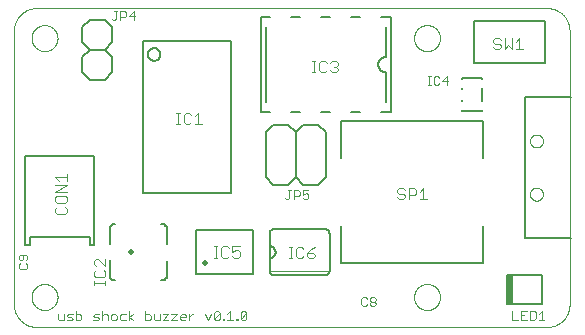
<source format=gto>
G75*
%MOIN*%
%OFA0B0*%
%FSLAX25Y25*%
%IPPOS*%
%LPD*%
%AMOC8*
5,1,8,0,0,1.08239X$1,22.5*
%
%ADD10C,0.00000*%
%ADD11C,0.00300*%
%ADD12C,0.00600*%
%ADD13C,0.00400*%
%ADD14C,0.00500*%
%ADD15C,0.00800*%
%ADD16C,0.01969*%
%ADD17C,0.00200*%
%ADD18R,0.02406X0.09843*%
D10*
X0114898Y0038933D02*
X0114898Y0130232D01*
X0114900Y0130413D01*
X0114907Y0130594D01*
X0114918Y0130775D01*
X0114933Y0130956D01*
X0114953Y0131136D01*
X0114977Y0131316D01*
X0115005Y0131495D01*
X0115038Y0131673D01*
X0115075Y0131850D01*
X0115116Y0132027D01*
X0115161Y0132202D01*
X0115211Y0132377D01*
X0115265Y0132550D01*
X0115323Y0132721D01*
X0115385Y0132892D01*
X0115452Y0133060D01*
X0115522Y0133227D01*
X0115596Y0133393D01*
X0115675Y0133556D01*
X0115757Y0133717D01*
X0115843Y0133877D01*
X0115933Y0134034D01*
X0116027Y0134189D01*
X0116124Y0134342D01*
X0116226Y0134492D01*
X0116330Y0134640D01*
X0116439Y0134786D01*
X0116550Y0134928D01*
X0116666Y0135068D01*
X0116784Y0135205D01*
X0116906Y0135340D01*
X0117031Y0135471D01*
X0117159Y0135599D01*
X0117290Y0135724D01*
X0117425Y0135846D01*
X0117562Y0135964D01*
X0117702Y0136080D01*
X0117844Y0136191D01*
X0117990Y0136300D01*
X0118138Y0136404D01*
X0118288Y0136506D01*
X0118441Y0136603D01*
X0118596Y0136697D01*
X0118753Y0136787D01*
X0118913Y0136873D01*
X0119074Y0136955D01*
X0119237Y0137034D01*
X0119403Y0137108D01*
X0119570Y0137178D01*
X0119738Y0137245D01*
X0119909Y0137307D01*
X0120080Y0137365D01*
X0120253Y0137419D01*
X0120428Y0137469D01*
X0120603Y0137514D01*
X0120780Y0137555D01*
X0120957Y0137592D01*
X0121135Y0137625D01*
X0121314Y0137653D01*
X0121494Y0137677D01*
X0121674Y0137697D01*
X0121855Y0137712D01*
X0122036Y0137723D01*
X0122217Y0137730D01*
X0122398Y0137732D01*
X0292595Y0137732D01*
X0292776Y0137730D01*
X0292957Y0137723D01*
X0293138Y0137712D01*
X0293319Y0137697D01*
X0293499Y0137677D01*
X0293679Y0137653D01*
X0293858Y0137625D01*
X0294036Y0137592D01*
X0294213Y0137555D01*
X0294390Y0137514D01*
X0294565Y0137469D01*
X0294740Y0137419D01*
X0294913Y0137365D01*
X0295084Y0137307D01*
X0295255Y0137245D01*
X0295423Y0137178D01*
X0295590Y0137108D01*
X0295756Y0137034D01*
X0295919Y0136955D01*
X0296080Y0136873D01*
X0296240Y0136787D01*
X0296397Y0136697D01*
X0296552Y0136603D01*
X0296705Y0136506D01*
X0296855Y0136404D01*
X0297003Y0136300D01*
X0297149Y0136191D01*
X0297291Y0136080D01*
X0297431Y0135964D01*
X0297568Y0135846D01*
X0297703Y0135724D01*
X0297834Y0135599D01*
X0297962Y0135471D01*
X0298087Y0135340D01*
X0298209Y0135205D01*
X0298327Y0135068D01*
X0298443Y0134928D01*
X0298554Y0134786D01*
X0298663Y0134640D01*
X0298767Y0134492D01*
X0298869Y0134342D01*
X0298966Y0134189D01*
X0299060Y0134034D01*
X0299150Y0133877D01*
X0299236Y0133717D01*
X0299318Y0133556D01*
X0299397Y0133393D01*
X0299471Y0133227D01*
X0299541Y0133060D01*
X0299608Y0132892D01*
X0299670Y0132721D01*
X0299728Y0132550D01*
X0299782Y0132377D01*
X0299832Y0132202D01*
X0299877Y0132027D01*
X0299918Y0131850D01*
X0299955Y0131673D01*
X0299988Y0131495D01*
X0300016Y0131316D01*
X0300040Y0131136D01*
X0300060Y0130956D01*
X0300075Y0130775D01*
X0300086Y0130594D01*
X0300093Y0130413D01*
X0300095Y0130232D01*
X0300095Y0038933D01*
X0300093Y0038752D01*
X0300086Y0038571D01*
X0300075Y0038390D01*
X0300060Y0038209D01*
X0300040Y0038029D01*
X0300016Y0037849D01*
X0299988Y0037670D01*
X0299955Y0037492D01*
X0299918Y0037315D01*
X0299877Y0037138D01*
X0299832Y0036963D01*
X0299782Y0036788D01*
X0299728Y0036615D01*
X0299670Y0036444D01*
X0299608Y0036273D01*
X0299541Y0036105D01*
X0299471Y0035938D01*
X0299397Y0035772D01*
X0299318Y0035609D01*
X0299236Y0035448D01*
X0299150Y0035288D01*
X0299060Y0035131D01*
X0298966Y0034976D01*
X0298869Y0034823D01*
X0298767Y0034673D01*
X0298663Y0034525D01*
X0298554Y0034379D01*
X0298443Y0034237D01*
X0298327Y0034097D01*
X0298209Y0033960D01*
X0298087Y0033825D01*
X0297962Y0033694D01*
X0297834Y0033566D01*
X0297703Y0033441D01*
X0297568Y0033319D01*
X0297431Y0033201D01*
X0297291Y0033085D01*
X0297149Y0032974D01*
X0297003Y0032865D01*
X0296855Y0032761D01*
X0296705Y0032659D01*
X0296552Y0032562D01*
X0296397Y0032468D01*
X0296240Y0032378D01*
X0296080Y0032292D01*
X0295919Y0032210D01*
X0295756Y0032131D01*
X0295590Y0032057D01*
X0295423Y0031987D01*
X0295255Y0031920D01*
X0295084Y0031858D01*
X0294913Y0031800D01*
X0294740Y0031746D01*
X0294565Y0031696D01*
X0294390Y0031651D01*
X0294213Y0031610D01*
X0294036Y0031573D01*
X0293858Y0031540D01*
X0293679Y0031512D01*
X0293499Y0031488D01*
X0293319Y0031468D01*
X0293138Y0031453D01*
X0292957Y0031442D01*
X0292776Y0031435D01*
X0292595Y0031433D01*
X0122398Y0031433D01*
X0122217Y0031435D01*
X0122036Y0031442D01*
X0121855Y0031453D01*
X0121674Y0031468D01*
X0121494Y0031488D01*
X0121314Y0031512D01*
X0121135Y0031540D01*
X0120957Y0031573D01*
X0120780Y0031610D01*
X0120603Y0031651D01*
X0120428Y0031696D01*
X0120253Y0031746D01*
X0120080Y0031800D01*
X0119909Y0031858D01*
X0119738Y0031920D01*
X0119570Y0031987D01*
X0119403Y0032057D01*
X0119237Y0032131D01*
X0119074Y0032210D01*
X0118913Y0032292D01*
X0118753Y0032378D01*
X0118596Y0032468D01*
X0118441Y0032562D01*
X0118288Y0032659D01*
X0118138Y0032761D01*
X0117990Y0032865D01*
X0117844Y0032974D01*
X0117702Y0033085D01*
X0117562Y0033201D01*
X0117425Y0033319D01*
X0117290Y0033441D01*
X0117159Y0033566D01*
X0117031Y0033694D01*
X0116906Y0033825D01*
X0116784Y0033960D01*
X0116666Y0034097D01*
X0116550Y0034237D01*
X0116439Y0034379D01*
X0116330Y0034525D01*
X0116226Y0034673D01*
X0116124Y0034823D01*
X0116027Y0034976D01*
X0115933Y0035131D01*
X0115843Y0035288D01*
X0115757Y0035448D01*
X0115675Y0035609D01*
X0115596Y0035772D01*
X0115522Y0035938D01*
X0115452Y0036105D01*
X0115385Y0036273D01*
X0115323Y0036444D01*
X0115265Y0036615D01*
X0115211Y0036788D01*
X0115161Y0036963D01*
X0115116Y0037138D01*
X0115075Y0037315D01*
X0115038Y0037492D01*
X0115005Y0037670D01*
X0114977Y0037849D01*
X0114953Y0038029D01*
X0114933Y0038209D01*
X0114918Y0038390D01*
X0114907Y0038571D01*
X0114900Y0038752D01*
X0114898Y0038933D01*
X0120764Y0041433D02*
X0120766Y0041564D01*
X0120772Y0041696D01*
X0120782Y0041827D01*
X0120796Y0041958D01*
X0120814Y0042088D01*
X0120836Y0042217D01*
X0120861Y0042346D01*
X0120891Y0042474D01*
X0120925Y0042601D01*
X0120962Y0042728D01*
X0121003Y0042852D01*
X0121048Y0042976D01*
X0121097Y0043098D01*
X0121149Y0043219D01*
X0121205Y0043337D01*
X0121265Y0043455D01*
X0121328Y0043570D01*
X0121395Y0043683D01*
X0121465Y0043795D01*
X0121538Y0043904D01*
X0121614Y0044010D01*
X0121694Y0044115D01*
X0121777Y0044217D01*
X0121863Y0044316D01*
X0121952Y0044413D01*
X0122044Y0044507D01*
X0122139Y0044598D01*
X0122236Y0044687D01*
X0122336Y0044772D01*
X0122439Y0044854D01*
X0122544Y0044933D01*
X0122651Y0045009D01*
X0122761Y0045081D01*
X0122873Y0045150D01*
X0122987Y0045216D01*
X0123102Y0045278D01*
X0123220Y0045337D01*
X0123339Y0045392D01*
X0123460Y0045444D01*
X0123583Y0045491D01*
X0123707Y0045535D01*
X0123832Y0045576D01*
X0123958Y0045612D01*
X0124086Y0045645D01*
X0124214Y0045673D01*
X0124343Y0045698D01*
X0124473Y0045719D01*
X0124603Y0045736D01*
X0124734Y0045749D01*
X0124865Y0045758D01*
X0124996Y0045763D01*
X0125128Y0045764D01*
X0125259Y0045761D01*
X0125391Y0045754D01*
X0125522Y0045743D01*
X0125652Y0045728D01*
X0125782Y0045709D01*
X0125912Y0045686D01*
X0126040Y0045660D01*
X0126168Y0045629D01*
X0126295Y0045594D01*
X0126421Y0045556D01*
X0126545Y0045514D01*
X0126669Y0045468D01*
X0126790Y0045418D01*
X0126910Y0045365D01*
X0127029Y0045308D01*
X0127146Y0045248D01*
X0127260Y0045184D01*
X0127373Y0045116D01*
X0127484Y0045045D01*
X0127593Y0044971D01*
X0127699Y0044894D01*
X0127803Y0044813D01*
X0127904Y0044730D01*
X0128003Y0044643D01*
X0128099Y0044553D01*
X0128192Y0044460D01*
X0128283Y0044365D01*
X0128370Y0044267D01*
X0128455Y0044166D01*
X0128536Y0044063D01*
X0128614Y0043957D01*
X0128689Y0043849D01*
X0128761Y0043739D01*
X0128829Y0043627D01*
X0128894Y0043513D01*
X0128955Y0043396D01*
X0129013Y0043278D01*
X0129067Y0043158D01*
X0129118Y0043037D01*
X0129165Y0042914D01*
X0129208Y0042790D01*
X0129247Y0042665D01*
X0129283Y0042538D01*
X0129314Y0042410D01*
X0129342Y0042282D01*
X0129366Y0042153D01*
X0129386Y0042023D01*
X0129402Y0041892D01*
X0129414Y0041761D01*
X0129422Y0041630D01*
X0129426Y0041499D01*
X0129426Y0041367D01*
X0129422Y0041236D01*
X0129414Y0041105D01*
X0129402Y0040974D01*
X0129386Y0040843D01*
X0129366Y0040713D01*
X0129342Y0040584D01*
X0129314Y0040456D01*
X0129283Y0040328D01*
X0129247Y0040201D01*
X0129208Y0040076D01*
X0129165Y0039952D01*
X0129118Y0039829D01*
X0129067Y0039708D01*
X0129013Y0039588D01*
X0128955Y0039470D01*
X0128894Y0039353D01*
X0128829Y0039239D01*
X0128761Y0039127D01*
X0128689Y0039017D01*
X0128614Y0038909D01*
X0128536Y0038803D01*
X0128455Y0038700D01*
X0128370Y0038599D01*
X0128283Y0038501D01*
X0128192Y0038406D01*
X0128099Y0038313D01*
X0128003Y0038223D01*
X0127904Y0038136D01*
X0127803Y0038053D01*
X0127699Y0037972D01*
X0127593Y0037895D01*
X0127484Y0037821D01*
X0127373Y0037750D01*
X0127261Y0037682D01*
X0127146Y0037618D01*
X0127029Y0037558D01*
X0126910Y0037501D01*
X0126790Y0037448D01*
X0126669Y0037398D01*
X0126545Y0037352D01*
X0126421Y0037310D01*
X0126295Y0037272D01*
X0126168Y0037237D01*
X0126040Y0037206D01*
X0125912Y0037180D01*
X0125782Y0037157D01*
X0125652Y0037138D01*
X0125522Y0037123D01*
X0125391Y0037112D01*
X0125259Y0037105D01*
X0125128Y0037102D01*
X0124996Y0037103D01*
X0124865Y0037108D01*
X0124734Y0037117D01*
X0124603Y0037130D01*
X0124473Y0037147D01*
X0124343Y0037168D01*
X0124214Y0037193D01*
X0124086Y0037221D01*
X0123958Y0037254D01*
X0123832Y0037290D01*
X0123707Y0037331D01*
X0123583Y0037375D01*
X0123460Y0037422D01*
X0123339Y0037474D01*
X0123220Y0037529D01*
X0123102Y0037588D01*
X0122987Y0037650D01*
X0122873Y0037716D01*
X0122761Y0037785D01*
X0122651Y0037857D01*
X0122544Y0037933D01*
X0122439Y0038012D01*
X0122336Y0038094D01*
X0122236Y0038179D01*
X0122139Y0038268D01*
X0122044Y0038359D01*
X0121952Y0038453D01*
X0121863Y0038550D01*
X0121777Y0038649D01*
X0121694Y0038751D01*
X0121614Y0038856D01*
X0121538Y0038962D01*
X0121465Y0039071D01*
X0121395Y0039183D01*
X0121328Y0039296D01*
X0121265Y0039411D01*
X0121205Y0039529D01*
X0121149Y0039647D01*
X0121097Y0039768D01*
X0121048Y0039890D01*
X0121003Y0040014D01*
X0120962Y0040138D01*
X0120925Y0040265D01*
X0120891Y0040392D01*
X0120861Y0040520D01*
X0120836Y0040649D01*
X0120814Y0040778D01*
X0120796Y0040908D01*
X0120782Y0041039D01*
X0120772Y0041170D01*
X0120766Y0041302D01*
X0120764Y0041433D01*
X0248264Y0041433D02*
X0248266Y0041564D01*
X0248272Y0041696D01*
X0248282Y0041827D01*
X0248296Y0041958D01*
X0248314Y0042088D01*
X0248336Y0042217D01*
X0248361Y0042346D01*
X0248391Y0042474D01*
X0248425Y0042601D01*
X0248462Y0042728D01*
X0248503Y0042852D01*
X0248548Y0042976D01*
X0248597Y0043098D01*
X0248649Y0043219D01*
X0248705Y0043337D01*
X0248765Y0043455D01*
X0248828Y0043570D01*
X0248895Y0043683D01*
X0248965Y0043795D01*
X0249038Y0043904D01*
X0249114Y0044010D01*
X0249194Y0044115D01*
X0249277Y0044217D01*
X0249363Y0044316D01*
X0249452Y0044413D01*
X0249544Y0044507D01*
X0249639Y0044598D01*
X0249736Y0044687D01*
X0249836Y0044772D01*
X0249939Y0044854D01*
X0250044Y0044933D01*
X0250151Y0045009D01*
X0250261Y0045081D01*
X0250373Y0045150D01*
X0250487Y0045216D01*
X0250602Y0045278D01*
X0250720Y0045337D01*
X0250839Y0045392D01*
X0250960Y0045444D01*
X0251083Y0045491D01*
X0251207Y0045535D01*
X0251332Y0045576D01*
X0251458Y0045612D01*
X0251586Y0045645D01*
X0251714Y0045673D01*
X0251843Y0045698D01*
X0251973Y0045719D01*
X0252103Y0045736D01*
X0252234Y0045749D01*
X0252365Y0045758D01*
X0252496Y0045763D01*
X0252628Y0045764D01*
X0252759Y0045761D01*
X0252891Y0045754D01*
X0253022Y0045743D01*
X0253152Y0045728D01*
X0253282Y0045709D01*
X0253412Y0045686D01*
X0253540Y0045660D01*
X0253668Y0045629D01*
X0253795Y0045594D01*
X0253921Y0045556D01*
X0254045Y0045514D01*
X0254169Y0045468D01*
X0254290Y0045418D01*
X0254410Y0045365D01*
X0254529Y0045308D01*
X0254646Y0045248D01*
X0254760Y0045184D01*
X0254873Y0045116D01*
X0254984Y0045045D01*
X0255093Y0044971D01*
X0255199Y0044894D01*
X0255303Y0044813D01*
X0255404Y0044730D01*
X0255503Y0044643D01*
X0255599Y0044553D01*
X0255692Y0044460D01*
X0255783Y0044365D01*
X0255870Y0044267D01*
X0255955Y0044166D01*
X0256036Y0044063D01*
X0256114Y0043957D01*
X0256189Y0043849D01*
X0256261Y0043739D01*
X0256329Y0043627D01*
X0256394Y0043513D01*
X0256455Y0043396D01*
X0256513Y0043278D01*
X0256567Y0043158D01*
X0256618Y0043037D01*
X0256665Y0042914D01*
X0256708Y0042790D01*
X0256747Y0042665D01*
X0256783Y0042538D01*
X0256814Y0042410D01*
X0256842Y0042282D01*
X0256866Y0042153D01*
X0256886Y0042023D01*
X0256902Y0041892D01*
X0256914Y0041761D01*
X0256922Y0041630D01*
X0256926Y0041499D01*
X0256926Y0041367D01*
X0256922Y0041236D01*
X0256914Y0041105D01*
X0256902Y0040974D01*
X0256886Y0040843D01*
X0256866Y0040713D01*
X0256842Y0040584D01*
X0256814Y0040456D01*
X0256783Y0040328D01*
X0256747Y0040201D01*
X0256708Y0040076D01*
X0256665Y0039952D01*
X0256618Y0039829D01*
X0256567Y0039708D01*
X0256513Y0039588D01*
X0256455Y0039470D01*
X0256394Y0039353D01*
X0256329Y0039239D01*
X0256261Y0039127D01*
X0256189Y0039017D01*
X0256114Y0038909D01*
X0256036Y0038803D01*
X0255955Y0038700D01*
X0255870Y0038599D01*
X0255783Y0038501D01*
X0255692Y0038406D01*
X0255599Y0038313D01*
X0255503Y0038223D01*
X0255404Y0038136D01*
X0255303Y0038053D01*
X0255199Y0037972D01*
X0255093Y0037895D01*
X0254984Y0037821D01*
X0254873Y0037750D01*
X0254761Y0037682D01*
X0254646Y0037618D01*
X0254529Y0037558D01*
X0254410Y0037501D01*
X0254290Y0037448D01*
X0254169Y0037398D01*
X0254045Y0037352D01*
X0253921Y0037310D01*
X0253795Y0037272D01*
X0253668Y0037237D01*
X0253540Y0037206D01*
X0253412Y0037180D01*
X0253282Y0037157D01*
X0253152Y0037138D01*
X0253022Y0037123D01*
X0252891Y0037112D01*
X0252759Y0037105D01*
X0252628Y0037102D01*
X0252496Y0037103D01*
X0252365Y0037108D01*
X0252234Y0037117D01*
X0252103Y0037130D01*
X0251973Y0037147D01*
X0251843Y0037168D01*
X0251714Y0037193D01*
X0251586Y0037221D01*
X0251458Y0037254D01*
X0251332Y0037290D01*
X0251207Y0037331D01*
X0251083Y0037375D01*
X0250960Y0037422D01*
X0250839Y0037474D01*
X0250720Y0037529D01*
X0250602Y0037588D01*
X0250487Y0037650D01*
X0250373Y0037716D01*
X0250261Y0037785D01*
X0250151Y0037857D01*
X0250044Y0037933D01*
X0249939Y0038012D01*
X0249836Y0038094D01*
X0249736Y0038179D01*
X0249639Y0038268D01*
X0249544Y0038359D01*
X0249452Y0038453D01*
X0249363Y0038550D01*
X0249277Y0038649D01*
X0249194Y0038751D01*
X0249114Y0038856D01*
X0249038Y0038962D01*
X0248965Y0039071D01*
X0248895Y0039183D01*
X0248828Y0039296D01*
X0248765Y0039411D01*
X0248705Y0039529D01*
X0248649Y0039647D01*
X0248597Y0039768D01*
X0248548Y0039890D01*
X0248503Y0040014D01*
X0248462Y0040138D01*
X0248425Y0040265D01*
X0248391Y0040392D01*
X0248361Y0040520D01*
X0248336Y0040649D01*
X0248314Y0040778D01*
X0248296Y0040908D01*
X0248282Y0041039D01*
X0248272Y0041170D01*
X0248266Y0041302D01*
X0248264Y0041433D01*
X0286907Y0075724D02*
X0286909Y0075817D01*
X0286915Y0075909D01*
X0286925Y0076001D01*
X0286939Y0076092D01*
X0286956Y0076183D01*
X0286978Y0076273D01*
X0287003Y0076362D01*
X0287032Y0076450D01*
X0287065Y0076536D01*
X0287102Y0076621D01*
X0287142Y0076705D01*
X0287186Y0076786D01*
X0287233Y0076866D01*
X0287283Y0076944D01*
X0287337Y0077019D01*
X0287394Y0077092D01*
X0287454Y0077162D01*
X0287517Y0077230D01*
X0287583Y0077295D01*
X0287651Y0077357D01*
X0287722Y0077417D01*
X0287796Y0077473D01*
X0287872Y0077526D01*
X0287950Y0077575D01*
X0288030Y0077622D01*
X0288112Y0077664D01*
X0288196Y0077704D01*
X0288281Y0077739D01*
X0288368Y0077771D01*
X0288456Y0077800D01*
X0288545Y0077824D01*
X0288635Y0077845D01*
X0288726Y0077861D01*
X0288818Y0077874D01*
X0288910Y0077883D01*
X0289003Y0077888D01*
X0289095Y0077889D01*
X0289188Y0077886D01*
X0289280Y0077879D01*
X0289372Y0077868D01*
X0289463Y0077853D01*
X0289554Y0077835D01*
X0289644Y0077812D01*
X0289732Y0077786D01*
X0289820Y0077756D01*
X0289906Y0077722D01*
X0289990Y0077685D01*
X0290073Y0077643D01*
X0290154Y0077599D01*
X0290234Y0077551D01*
X0290311Y0077500D01*
X0290385Y0077445D01*
X0290458Y0077387D01*
X0290528Y0077327D01*
X0290595Y0077263D01*
X0290659Y0077197D01*
X0290721Y0077127D01*
X0290779Y0077056D01*
X0290834Y0076982D01*
X0290886Y0076905D01*
X0290935Y0076826D01*
X0290981Y0076746D01*
X0291023Y0076663D01*
X0291061Y0076579D01*
X0291096Y0076493D01*
X0291127Y0076406D01*
X0291154Y0076318D01*
X0291177Y0076228D01*
X0291197Y0076138D01*
X0291213Y0076047D01*
X0291225Y0075955D01*
X0291233Y0075863D01*
X0291237Y0075770D01*
X0291237Y0075678D01*
X0291233Y0075585D01*
X0291225Y0075493D01*
X0291213Y0075401D01*
X0291197Y0075310D01*
X0291177Y0075220D01*
X0291154Y0075130D01*
X0291127Y0075042D01*
X0291096Y0074955D01*
X0291061Y0074869D01*
X0291023Y0074785D01*
X0290981Y0074702D01*
X0290935Y0074622D01*
X0290886Y0074543D01*
X0290834Y0074466D01*
X0290779Y0074392D01*
X0290721Y0074321D01*
X0290659Y0074251D01*
X0290595Y0074185D01*
X0290528Y0074121D01*
X0290458Y0074061D01*
X0290385Y0074003D01*
X0290311Y0073948D01*
X0290234Y0073897D01*
X0290155Y0073849D01*
X0290073Y0073805D01*
X0289990Y0073763D01*
X0289906Y0073726D01*
X0289820Y0073692D01*
X0289732Y0073662D01*
X0289644Y0073636D01*
X0289554Y0073613D01*
X0289463Y0073595D01*
X0289372Y0073580D01*
X0289280Y0073569D01*
X0289188Y0073562D01*
X0289095Y0073559D01*
X0289003Y0073560D01*
X0288910Y0073565D01*
X0288818Y0073574D01*
X0288726Y0073587D01*
X0288635Y0073603D01*
X0288545Y0073624D01*
X0288456Y0073648D01*
X0288368Y0073677D01*
X0288281Y0073709D01*
X0288196Y0073744D01*
X0288112Y0073784D01*
X0288030Y0073826D01*
X0287950Y0073873D01*
X0287872Y0073922D01*
X0287796Y0073975D01*
X0287722Y0074031D01*
X0287651Y0074091D01*
X0287583Y0074153D01*
X0287517Y0074218D01*
X0287454Y0074286D01*
X0287394Y0074356D01*
X0287337Y0074429D01*
X0287283Y0074504D01*
X0287233Y0074582D01*
X0287186Y0074662D01*
X0287142Y0074743D01*
X0287102Y0074827D01*
X0287065Y0074912D01*
X0287032Y0074998D01*
X0287003Y0075086D01*
X0286978Y0075175D01*
X0286956Y0075265D01*
X0286939Y0075356D01*
X0286925Y0075447D01*
X0286915Y0075539D01*
X0286909Y0075631D01*
X0286907Y0075724D01*
X0286907Y0093441D02*
X0286909Y0093534D01*
X0286915Y0093626D01*
X0286925Y0093718D01*
X0286939Y0093809D01*
X0286956Y0093900D01*
X0286978Y0093990D01*
X0287003Y0094079D01*
X0287032Y0094167D01*
X0287065Y0094253D01*
X0287102Y0094338D01*
X0287142Y0094422D01*
X0287186Y0094503D01*
X0287233Y0094583D01*
X0287283Y0094661D01*
X0287337Y0094736D01*
X0287394Y0094809D01*
X0287454Y0094879D01*
X0287517Y0094947D01*
X0287583Y0095012D01*
X0287651Y0095074D01*
X0287722Y0095134D01*
X0287796Y0095190D01*
X0287872Y0095243D01*
X0287950Y0095292D01*
X0288030Y0095339D01*
X0288112Y0095381D01*
X0288196Y0095421D01*
X0288281Y0095456D01*
X0288368Y0095488D01*
X0288456Y0095517D01*
X0288545Y0095541D01*
X0288635Y0095562D01*
X0288726Y0095578D01*
X0288818Y0095591D01*
X0288910Y0095600D01*
X0289003Y0095605D01*
X0289095Y0095606D01*
X0289188Y0095603D01*
X0289280Y0095596D01*
X0289372Y0095585D01*
X0289463Y0095570D01*
X0289554Y0095552D01*
X0289644Y0095529D01*
X0289732Y0095503D01*
X0289820Y0095473D01*
X0289906Y0095439D01*
X0289990Y0095402D01*
X0290073Y0095360D01*
X0290154Y0095316D01*
X0290234Y0095268D01*
X0290311Y0095217D01*
X0290385Y0095162D01*
X0290458Y0095104D01*
X0290528Y0095044D01*
X0290595Y0094980D01*
X0290659Y0094914D01*
X0290721Y0094844D01*
X0290779Y0094773D01*
X0290834Y0094699D01*
X0290886Y0094622D01*
X0290935Y0094543D01*
X0290981Y0094463D01*
X0291023Y0094380D01*
X0291061Y0094296D01*
X0291096Y0094210D01*
X0291127Y0094123D01*
X0291154Y0094035D01*
X0291177Y0093945D01*
X0291197Y0093855D01*
X0291213Y0093764D01*
X0291225Y0093672D01*
X0291233Y0093580D01*
X0291237Y0093487D01*
X0291237Y0093395D01*
X0291233Y0093302D01*
X0291225Y0093210D01*
X0291213Y0093118D01*
X0291197Y0093027D01*
X0291177Y0092937D01*
X0291154Y0092847D01*
X0291127Y0092759D01*
X0291096Y0092672D01*
X0291061Y0092586D01*
X0291023Y0092502D01*
X0290981Y0092419D01*
X0290935Y0092339D01*
X0290886Y0092260D01*
X0290834Y0092183D01*
X0290779Y0092109D01*
X0290721Y0092038D01*
X0290659Y0091968D01*
X0290595Y0091902D01*
X0290528Y0091838D01*
X0290458Y0091778D01*
X0290385Y0091720D01*
X0290311Y0091665D01*
X0290234Y0091614D01*
X0290155Y0091566D01*
X0290073Y0091522D01*
X0289990Y0091480D01*
X0289906Y0091443D01*
X0289820Y0091409D01*
X0289732Y0091379D01*
X0289644Y0091353D01*
X0289554Y0091330D01*
X0289463Y0091312D01*
X0289372Y0091297D01*
X0289280Y0091286D01*
X0289188Y0091279D01*
X0289095Y0091276D01*
X0289003Y0091277D01*
X0288910Y0091282D01*
X0288818Y0091291D01*
X0288726Y0091304D01*
X0288635Y0091320D01*
X0288545Y0091341D01*
X0288456Y0091365D01*
X0288368Y0091394D01*
X0288281Y0091426D01*
X0288196Y0091461D01*
X0288112Y0091501D01*
X0288030Y0091543D01*
X0287950Y0091590D01*
X0287872Y0091639D01*
X0287796Y0091692D01*
X0287722Y0091748D01*
X0287651Y0091808D01*
X0287583Y0091870D01*
X0287517Y0091935D01*
X0287454Y0092003D01*
X0287394Y0092073D01*
X0287337Y0092146D01*
X0287283Y0092221D01*
X0287233Y0092299D01*
X0287186Y0092379D01*
X0287142Y0092460D01*
X0287102Y0092544D01*
X0287065Y0092629D01*
X0287032Y0092715D01*
X0287003Y0092803D01*
X0286978Y0092892D01*
X0286956Y0092982D01*
X0286939Y0093073D01*
X0286925Y0093164D01*
X0286915Y0093256D01*
X0286909Y0093348D01*
X0286907Y0093441D01*
X0248264Y0127732D02*
X0248266Y0127863D01*
X0248272Y0127995D01*
X0248282Y0128126D01*
X0248296Y0128257D01*
X0248314Y0128387D01*
X0248336Y0128516D01*
X0248361Y0128645D01*
X0248391Y0128773D01*
X0248425Y0128900D01*
X0248462Y0129027D01*
X0248503Y0129151D01*
X0248548Y0129275D01*
X0248597Y0129397D01*
X0248649Y0129518D01*
X0248705Y0129636D01*
X0248765Y0129754D01*
X0248828Y0129869D01*
X0248895Y0129982D01*
X0248965Y0130094D01*
X0249038Y0130203D01*
X0249114Y0130309D01*
X0249194Y0130414D01*
X0249277Y0130516D01*
X0249363Y0130615D01*
X0249452Y0130712D01*
X0249544Y0130806D01*
X0249639Y0130897D01*
X0249736Y0130986D01*
X0249836Y0131071D01*
X0249939Y0131153D01*
X0250044Y0131232D01*
X0250151Y0131308D01*
X0250261Y0131380D01*
X0250373Y0131449D01*
X0250487Y0131515D01*
X0250602Y0131577D01*
X0250720Y0131636D01*
X0250839Y0131691D01*
X0250960Y0131743D01*
X0251083Y0131790D01*
X0251207Y0131834D01*
X0251332Y0131875D01*
X0251458Y0131911D01*
X0251586Y0131944D01*
X0251714Y0131972D01*
X0251843Y0131997D01*
X0251973Y0132018D01*
X0252103Y0132035D01*
X0252234Y0132048D01*
X0252365Y0132057D01*
X0252496Y0132062D01*
X0252628Y0132063D01*
X0252759Y0132060D01*
X0252891Y0132053D01*
X0253022Y0132042D01*
X0253152Y0132027D01*
X0253282Y0132008D01*
X0253412Y0131985D01*
X0253540Y0131959D01*
X0253668Y0131928D01*
X0253795Y0131893D01*
X0253921Y0131855D01*
X0254045Y0131813D01*
X0254169Y0131767D01*
X0254290Y0131717D01*
X0254410Y0131664D01*
X0254529Y0131607D01*
X0254646Y0131547D01*
X0254760Y0131483D01*
X0254873Y0131415D01*
X0254984Y0131344D01*
X0255093Y0131270D01*
X0255199Y0131193D01*
X0255303Y0131112D01*
X0255404Y0131029D01*
X0255503Y0130942D01*
X0255599Y0130852D01*
X0255692Y0130759D01*
X0255783Y0130664D01*
X0255870Y0130566D01*
X0255955Y0130465D01*
X0256036Y0130362D01*
X0256114Y0130256D01*
X0256189Y0130148D01*
X0256261Y0130038D01*
X0256329Y0129926D01*
X0256394Y0129812D01*
X0256455Y0129695D01*
X0256513Y0129577D01*
X0256567Y0129457D01*
X0256618Y0129336D01*
X0256665Y0129213D01*
X0256708Y0129089D01*
X0256747Y0128964D01*
X0256783Y0128837D01*
X0256814Y0128709D01*
X0256842Y0128581D01*
X0256866Y0128452D01*
X0256886Y0128322D01*
X0256902Y0128191D01*
X0256914Y0128060D01*
X0256922Y0127929D01*
X0256926Y0127798D01*
X0256926Y0127666D01*
X0256922Y0127535D01*
X0256914Y0127404D01*
X0256902Y0127273D01*
X0256886Y0127142D01*
X0256866Y0127012D01*
X0256842Y0126883D01*
X0256814Y0126755D01*
X0256783Y0126627D01*
X0256747Y0126500D01*
X0256708Y0126375D01*
X0256665Y0126251D01*
X0256618Y0126128D01*
X0256567Y0126007D01*
X0256513Y0125887D01*
X0256455Y0125769D01*
X0256394Y0125652D01*
X0256329Y0125538D01*
X0256261Y0125426D01*
X0256189Y0125316D01*
X0256114Y0125208D01*
X0256036Y0125102D01*
X0255955Y0124999D01*
X0255870Y0124898D01*
X0255783Y0124800D01*
X0255692Y0124705D01*
X0255599Y0124612D01*
X0255503Y0124522D01*
X0255404Y0124435D01*
X0255303Y0124352D01*
X0255199Y0124271D01*
X0255093Y0124194D01*
X0254984Y0124120D01*
X0254873Y0124049D01*
X0254761Y0123981D01*
X0254646Y0123917D01*
X0254529Y0123857D01*
X0254410Y0123800D01*
X0254290Y0123747D01*
X0254169Y0123697D01*
X0254045Y0123651D01*
X0253921Y0123609D01*
X0253795Y0123571D01*
X0253668Y0123536D01*
X0253540Y0123505D01*
X0253412Y0123479D01*
X0253282Y0123456D01*
X0253152Y0123437D01*
X0253022Y0123422D01*
X0252891Y0123411D01*
X0252759Y0123404D01*
X0252628Y0123401D01*
X0252496Y0123402D01*
X0252365Y0123407D01*
X0252234Y0123416D01*
X0252103Y0123429D01*
X0251973Y0123446D01*
X0251843Y0123467D01*
X0251714Y0123492D01*
X0251586Y0123520D01*
X0251458Y0123553D01*
X0251332Y0123589D01*
X0251207Y0123630D01*
X0251083Y0123674D01*
X0250960Y0123721D01*
X0250839Y0123773D01*
X0250720Y0123828D01*
X0250602Y0123887D01*
X0250487Y0123949D01*
X0250373Y0124015D01*
X0250261Y0124084D01*
X0250151Y0124156D01*
X0250044Y0124232D01*
X0249939Y0124311D01*
X0249836Y0124393D01*
X0249736Y0124478D01*
X0249639Y0124567D01*
X0249544Y0124658D01*
X0249452Y0124752D01*
X0249363Y0124849D01*
X0249277Y0124948D01*
X0249194Y0125050D01*
X0249114Y0125155D01*
X0249038Y0125261D01*
X0248965Y0125370D01*
X0248895Y0125482D01*
X0248828Y0125595D01*
X0248765Y0125710D01*
X0248705Y0125828D01*
X0248649Y0125946D01*
X0248597Y0126067D01*
X0248548Y0126189D01*
X0248503Y0126313D01*
X0248462Y0126437D01*
X0248425Y0126564D01*
X0248391Y0126691D01*
X0248361Y0126819D01*
X0248336Y0126948D01*
X0248314Y0127077D01*
X0248296Y0127207D01*
X0248282Y0127338D01*
X0248272Y0127469D01*
X0248266Y0127601D01*
X0248264Y0127732D01*
X0120764Y0127732D02*
X0120766Y0127863D01*
X0120772Y0127995D01*
X0120782Y0128126D01*
X0120796Y0128257D01*
X0120814Y0128387D01*
X0120836Y0128516D01*
X0120861Y0128645D01*
X0120891Y0128773D01*
X0120925Y0128900D01*
X0120962Y0129027D01*
X0121003Y0129151D01*
X0121048Y0129275D01*
X0121097Y0129397D01*
X0121149Y0129518D01*
X0121205Y0129636D01*
X0121265Y0129754D01*
X0121328Y0129869D01*
X0121395Y0129982D01*
X0121465Y0130094D01*
X0121538Y0130203D01*
X0121614Y0130309D01*
X0121694Y0130414D01*
X0121777Y0130516D01*
X0121863Y0130615D01*
X0121952Y0130712D01*
X0122044Y0130806D01*
X0122139Y0130897D01*
X0122236Y0130986D01*
X0122336Y0131071D01*
X0122439Y0131153D01*
X0122544Y0131232D01*
X0122651Y0131308D01*
X0122761Y0131380D01*
X0122873Y0131449D01*
X0122987Y0131515D01*
X0123102Y0131577D01*
X0123220Y0131636D01*
X0123339Y0131691D01*
X0123460Y0131743D01*
X0123583Y0131790D01*
X0123707Y0131834D01*
X0123832Y0131875D01*
X0123958Y0131911D01*
X0124086Y0131944D01*
X0124214Y0131972D01*
X0124343Y0131997D01*
X0124473Y0132018D01*
X0124603Y0132035D01*
X0124734Y0132048D01*
X0124865Y0132057D01*
X0124996Y0132062D01*
X0125128Y0132063D01*
X0125259Y0132060D01*
X0125391Y0132053D01*
X0125522Y0132042D01*
X0125652Y0132027D01*
X0125782Y0132008D01*
X0125912Y0131985D01*
X0126040Y0131959D01*
X0126168Y0131928D01*
X0126295Y0131893D01*
X0126421Y0131855D01*
X0126545Y0131813D01*
X0126669Y0131767D01*
X0126790Y0131717D01*
X0126910Y0131664D01*
X0127029Y0131607D01*
X0127146Y0131547D01*
X0127260Y0131483D01*
X0127373Y0131415D01*
X0127484Y0131344D01*
X0127593Y0131270D01*
X0127699Y0131193D01*
X0127803Y0131112D01*
X0127904Y0131029D01*
X0128003Y0130942D01*
X0128099Y0130852D01*
X0128192Y0130759D01*
X0128283Y0130664D01*
X0128370Y0130566D01*
X0128455Y0130465D01*
X0128536Y0130362D01*
X0128614Y0130256D01*
X0128689Y0130148D01*
X0128761Y0130038D01*
X0128829Y0129926D01*
X0128894Y0129812D01*
X0128955Y0129695D01*
X0129013Y0129577D01*
X0129067Y0129457D01*
X0129118Y0129336D01*
X0129165Y0129213D01*
X0129208Y0129089D01*
X0129247Y0128964D01*
X0129283Y0128837D01*
X0129314Y0128709D01*
X0129342Y0128581D01*
X0129366Y0128452D01*
X0129386Y0128322D01*
X0129402Y0128191D01*
X0129414Y0128060D01*
X0129422Y0127929D01*
X0129426Y0127798D01*
X0129426Y0127666D01*
X0129422Y0127535D01*
X0129414Y0127404D01*
X0129402Y0127273D01*
X0129386Y0127142D01*
X0129366Y0127012D01*
X0129342Y0126883D01*
X0129314Y0126755D01*
X0129283Y0126627D01*
X0129247Y0126500D01*
X0129208Y0126375D01*
X0129165Y0126251D01*
X0129118Y0126128D01*
X0129067Y0126007D01*
X0129013Y0125887D01*
X0128955Y0125769D01*
X0128894Y0125652D01*
X0128829Y0125538D01*
X0128761Y0125426D01*
X0128689Y0125316D01*
X0128614Y0125208D01*
X0128536Y0125102D01*
X0128455Y0124999D01*
X0128370Y0124898D01*
X0128283Y0124800D01*
X0128192Y0124705D01*
X0128099Y0124612D01*
X0128003Y0124522D01*
X0127904Y0124435D01*
X0127803Y0124352D01*
X0127699Y0124271D01*
X0127593Y0124194D01*
X0127484Y0124120D01*
X0127373Y0124049D01*
X0127261Y0123981D01*
X0127146Y0123917D01*
X0127029Y0123857D01*
X0126910Y0123800D01*
X0126790Y0123747D01*
X0126669Y0123697D01*
X0126545Y0123651D01*
X0126421Y0123609D01*
X0126295Y0123571D01*
X0126168Y0123536D01*
X0126040Y0123505D01*
X0125912Y0123479D01*
X0125782Y0123456D01*
X0125652Y0123437D01*
X0125522Y0123422D01*
X0125391Y0123411D01*
X0125259Y0123404D01*
X0125128Y0123401D01*
X0124996Y0123402D01*
X0124865Y0123407D01*
X0124734Y0123416D01*
X0124603Y0123429D01*
X0124473Y0123446D01*
X0124343Y0123467D01*
X0124214Y0123492D01*
X0124086Y0123520D01*
X0123958Y0123553D01*
X0123832Y0123589D01*
X0123707Y0123630D01*
X0123583Y0123674D01*
X0123460Y0123721D01*
X0123339Y0123773D01*
X0123220Y0123828D01*
X0123102Y0123887D01*
X0122987Y0123949D01*
X0122873Y0124015D01*
X0122761Y0124084D01*
X0122651Y0124156D01*
X0122544Y0124232D01*
X0122439Y0124311D01*
X0122336Y0124393D01*
X0122236Y0124478D01*
X0122139Y0124567D01*
X0122044Y0124658D01*
X0121952Y0124752D01*
X0121863Y0124849D01*
X0121777Y0124948D01*
X0121694Y0125050D01*
X0121614Y0125155D01*
X0121538Y0125261D01*
X0121465Y0125370D01*
X0121395Y0125482D01*
X0121328Y0125595D01*
X0121265Y0125710D01*
X0121205Y0125828D01*
X0121149Y0125946D01*
X0121097Y0126067D01*
X0121048Y0126189D01*
X0121003Y0126313D01*
X0120962Y0126437D01*
X0120925Y0126564D01*
X0120891Y0126691D01*
X0120861Y0126819D01*
X0120836Y0126948D01*
X0120814Y0127077D01*
X0120796Y0127207D01*
X0120782Y0127338D01*
X0120772Y0127469D01*
X0120766Y0127601D01*
X0120764Y0127732D01*
D11*
X0147445Y0134267D02*
X0147929Y0133783D01*
X0148413Y0133783D01*
X0148896Y0134267D01*
X0148896Y0136686D01*
X0148413Y0136686D02*
X0149380Y0136686D01*
X0150392Y0136686D02*
X0151843Y0136686D01*
X0152327Y0136202D01*
X0152327Y0135234D01*
X0151843Y0134751D01*
X0150392Y0134751D01*
X0150392Y0133783D02*
X0150392Y0136686D01*
X0153338Y0135234D02*
X0155273Y0135234D01*
X0154789Y0133783D02*
X0154789Y0136686D01*
X0153338Y0135234D01*
X0214173Y0120036D02*
X0215408Y0120036D01*
X0214791Y0120036D02*
X0214791Y0116333D01*
X0215408Y0116333D02*
X0214173Y0116333D01*
X0216629Y0116950D02*
X0217246Y0116333D01*
X0218480Y0116333D01*
X0219098Y0116950D01*
X0220312Y0116950D02*
X0220929Y0116333D01*
X0222164Y0116333D01*
X0222781Y0116950D01*
X0222781Y0117567D01*
X0222164Y0118185D01*
X0221546Y0118185D01*
X0222164Y0118185D02*
X0222781Y0118802D01*
X0222781Y0119419D01*
X0222164Y0120036D01*
X0220929Y0120036D01*
X0220312Y0119419D01*
X0219098Y0119419D02*
X0218480Y0120036D01*
X0217246Y0120036D01*
X0216629Y0119419D01*
X0216629Y0116950D01*
X0252795Y0115036D02*
X0253763Y0115036D01*
X0253279Y0115036D02*
X0253279Y0112133D01*
X0252795Y0112133D02*
X0253763Y0112133D01*
X0254759Y0112617D02*
X0255243Y0112133D01*
X0256211Y0112133D01*
X0256694Y0112617D01*
X0257706Y0113584D02*
X0259641Y0113584D01*
X0259157Y0112133D02*
X0259157Y0115036D01*
X0257706Y0113584D01*
X0256694Y0114552D02*
X0256211Y0115036D01*
X0255243Y0115036D01*
X0254759Y0114552D01*
X0254759Y0112617D01*
X0274745Y0124700D02*
X0275362Y0124083D01*
X0276597Y0124083D01*
X0277214Y0124700D01*
X0277214Y0125317D01*
X0276597Y0125935D01*
X0275362Y0125935D01*
X0274745Y0126552D01*
X0274745Y0127169D01*
X0275362Y0127786D01*
X0276597Y0127786D01*
X0277214Y0127169D01*
X0278428Y0127786D02*
X0278428Y0124083D01*
X0279663Y0125317D01*
X0280897Y0124083D01*
X0280897Y0127786D01*
X0282111Y0126552D02*
X0283346Y0127786D01*
X0283346Y0124083D01*
X0284580Y0124083D02*
X0282111Y0124083D01*
X0251346Y0077786D02*
X0251346Y0074083D01*
X0252580Y0074083D02*
X0250111Y0074083D01*
X0248280Y0075317D02*
X0248897Y0075935D01*
X0248897Y0077169D01*
X0248280Y0077786D01*
X0246428Y0077786D01*
X0246428Y0074083D01*
X0246428Y0075317D02*
X0248280Y0075317D01*
X0250111Y0076552D02*
X0251346Y0077786D01*
X0245214Y0077169D02*
X0244597Y0077786D01*
X0243362Y0077786D01*
X0242745Y0077169D01*
X0242745Y0076552D01*
X0243362Y0075935D01*
X0244597Y0075935D01*
X0245214Y0075317D01*
X0245214Y0074700D01*
X0244597Y0074083D01*
X0243362Y0074083D01*
X0242745Y0074700D01*
X0213073Y0074567D02*
X0212589Y0074083D01*
X0211622Y0074083D01*
X0211138Y0074567D01*
X0211138Y0075534D02*
X0212106Y0076018D01*
X0212589Y0076018D01*
X0213073Y0075534D01*
X0213073Y0074567D01*
X0211138Y0075534D02*
X0211138Y0076986D01*
X0213073Y0076986D01*
X0210127Y0076502D02*
X0210127Y0075534D01*
X0209643Y0075051D01*
X0208192Y0075051D01*
X0208192Y0074083D02*
X0208192Y0076986D01*
X0209643Y0076986D01*
X0210127Y0076502D01*
X0207180Y0076986D02*
X0206213Y0076986D01*
X0206696Y0076986D02*
X0206696Y0074567D01*
X0206213Y0074083D01*
X0205729Y0074083D01*
X0205245Y0074567D01*
X0190102Y0058286D02*
X0187634Y0058286D01*
X0187634Y0056435D01*
X0188868Y0057052D01*
X0189485Y0057052D01*
X0190102Y0056435D01*
X0190102Y0055200D01*
X0189485Y0054583D01*
X0188251Y0054583D01*
X0187634Y0055200D01*
X0186419Y0055200D02*
X0185802Y0054583D01*
X0184568Y0054583D01*
X0183951Y0055200D01*
X0183951Y0057669D01*
X0184568Y0058286D01*
X0185802Y0058286D01*
X0186419Y0057669D01*
X0182730Y0058286D02*
X0181495Y0058286D01*
X0182112Y0058286D02*
X0182112Y0054583D01*
X0181495Y0054583D02*
X0182730Y0054583D01*
X0145395Y0054140D02*
X0145395Y0051672D01*
X0142926Y0054140D01*
X0142309Y0054140D01*
X0141692Y0053523D01*
X0141692Y0052289D01*
X0142309Y0051672D01*
X0142309Y0050457D02*
X0141692Y0049840D01*
X0141692Y0048606D01*
X0142309Y0047988D01*
X0144778Y0047988D01*
X0145395Y0048606D01*
X0145395Y0049840D01*
X0144778Y0050457D01*
X0145395Y0046767D02*
X0145395Y0045533D01*
X0145395Y0046150D02*
X0141692Y0046150D01*
X0141692Y0045533D02*
X0141692Y0046767D01*
X0119395Y0051174D02*
X0119395Y0052141D01*
X0118911Y0052625D01*
X0118911Y0053637D02*
X0119395Y0054120D01*
X0119395Y0055088D01*
X0118911Y0055572D01*
X0116976Y0055572D01*
X0116493Y0055088D01*
X0116493Y0054120D01*
X0116976Y0053637D01*
X0117460Y0053637D01*
X0117944Y0054120D01*
X0117944Y0055572D01*
X0116976Y0052625D02*
X0116493Y0052141D01*
X0116493Y0051174D01*
X0116976Y0050690D01*
X0118911Y0050690D01*
X0119395Y0051174D01*
X0135468Y0036636D02*
X0135468Y0033733D01*
X0136919Y0033733D01*
X0137403Y0034217D01*
X0137403Y0035184D01*
X0136919Y0035668D01*
X0135468Y0035668D01*
X0134456Y0035668D02*
X0133005Y0035668D01*
X0132521Y0035184D01*
X0133005Y0034701D01*
X0133972Y0034701D01*
X0134456Y0034217D01*
X0133972Y0033733D01*
X0132521Y0033733D01*
X0131510Y0033733D02*
X0131510Y0035668D01*
X0131510Y0033733D02*
X0130058Y0033733D01*
X0129575Y0034217D01*
X0129575Y0035668D01*
X0141361Y0035184D02*
X0141844Y0034701D01*
X0142812Y0034701D01*
X0143296Y0034217D01*
X0142812Y0033733D01*
X0141361Y0033733D01*
X0141361Y0035184D02*
X0141844Y0035668D01*
X0143296Y0035668D01*
X0144307Y0035184D02*
X0144791Y0035668D01*
X0145758Y0035668D01*
X0146242Y0035184D01*
X0146242Y0033733D01*
X0147254Y0034217D02*
X0147737Y0033733D01*
X0148705Y0033733D01*
X0149189Y0034217D01*
X0149189Y0035184D01*
X0148705Y0035668D01*
X0147737Y0035668D01*
X0147254Y0035184D01*
X0147254Y0034217D01*
X0150200Y0034217D02*
X0150200Y0035184D01*
X0150684Y0035668D01*
X0152135Y0035668D01*
X0153147Y0034701D02*
X0154598Y0035668D01*
X0153147Y0034701D02*
X0154598Y0033733D01*
X0153147Y0033733D02*
X0153147Y0036636D01*
X0158549Y0036636D02*
X0158549Y0033733D01*
X0160000Y0033733D01*
X0160484Y0034217D01*
X0160484Y0035184D01*
X0160000Y0035668D01*
X0158549Y0035668D01*
X0161495Y0035668D02*
X0161495Y0034217D01*
X0161979Y0033733D01*
X0163430Y0033733D01*
X0163430Y0035668D01*
X0164442Y0035668D02*
X0166377Y0035668D01*
X0164442Y0033733D01*
X0166377Y0033733D01*
X0167388Y0033733D02*
X0169323Y0033733D01*
X0170335Y0034217D02*
X0170335Y0035184D01*
X0170818Y0035668D01*
X0171786Y0035668D01*
X0172270Y0035184D01*
X0172270Y0034701D01*
X0170335Y0034701D01*
X0170335Y0034217D02*
X0170818Y0033733D01*
X0171786Y0033733D01*
X0173281Y0033733D02*
X0173281Y0035668D01*
X0173281Y0034701D02*
X0174249Y0035668D01*
X0174732Y0035668D01*
X0178683Y0035668D02*
X0179651Y0033733D01*
X0180618Y0035668D01*
X0181630Y0036152D02*
X0182113Y0036636D01*
X0183081Y0036636D01*
X0183565Y0036152D01*
X0181630Y0034217D01*
X0182113Y0033733D01*
X0183081Y0033733D01*
X0183565Y0034217D01*
X0183565Y0036152D01*
X0181630Y0036152D02*
X0181630Y0034217D01*
X0184576Y0034217D02*
X0185060Y0034217D01*
X0185060Y0033733D01*
X0184576Y0033733D01*
X0184576Y0034217D01*
X0186049Y0033733D02*
X0187984Y0033733D01*
X0187017Y0033733D02*
X0187017Y0036636D01*
X0186049Y0035668D01*
X0188996Y0034217D02*
X0189480Y0034217D01*
X0189480Y0033733D01*
X0188996Y0033733D01*
X0188996Y0034217D01*
X0190469Y0034217D02*
X0192404Y0036152D01*
X0192404Y0034217D01*
X0191920Y0033733D01*
X0190953Y0033733D01*
X0190469Y0034217D01*
X0190469Y0036152D01*
X0190953Y0036636D01*
X0191920Y0036636D01*
X0192404Y0036152D01*
X0169323Y0035668D02*
X0167388Y0033733D01*
X0167388Y0035668D02*
X0169323Y0035668D01*
X0152135Y0033733D02*
X0150684Y0033733D01*
X0150200Y0034217D01*
X0144307Y0033733D02*
X0144307Y0036636D01*
X0131828Y0069083D02*
X0129359Y0069083D01*
X0128742Y0069700D01*
X0128742Y0070935D01*
X0129359Y0071552D01*
X0129359Y0072766D02*
X0131828Y0072766D01*
X0132445Y0073383D01*
X0132445Y0074618D01*
X0131828Y0075235D01*
X0129359Y0075235D01*
X0128742Y0074618D01*
X0128742Y0073383D01*
X0129359Y0072766D01*
X0131828Y0071552D02*
X0132445Y0070935D01*
X0132445Y0069700D01*
X0131828Y0069083D01*
X0132445Y0076449D02*
X0128742Y0076449D01*
X0132445Y0078918D01*
X0128742Y0078918D01*
X0129976Y0080133D02*
X0128742Y0081367D01*
X0132445Y0081367D01*
X0132445Y0080133D02*
X0132445Y0082601D01*
X0230645Y0040902D02*
X0230645Y0038967D01*
X0231129Y0038483D01*
X0232096Y0038483D01*
X0232580Y0038967D01*
X0233592Y0038967D02*
X0233592Y0039451D01*
X0234075Y0039934D01*
X0235043Y0039934D01*
X0235527Y0039451D01*
X0235527Y0038967D01*
X0235043Y0038483D01*
X0234075Y0038483D01*
X0233592Y0038967D01*
X0234075Y0039934D02*
X0233592Y0040418D01*
X0233592Y0040902D01*
X0234075Y0041386D01*
X0235043Y0041386D01*
X0235527Y0040902D01*
X0235527Y0040418D01*
X0235043Y0039934D01*
X0232580Y0040902D02*
X0232096Y0041386D01*
X0231129Y0041386D01*
X0230645Y0040902D01*
X0280945Y0036836D02*
X0280945Y0033933D01*
X0282880Y0033933D01*
X0283892Y0033933D02*
X0285827Y0033933D01*
X0286838Y0033933D02*
X0288289Y0033933D01*
X0288773Y0034417D01*
X0288773Y0036352D01*
X0288289Y0036836D01*
X0286838Y0036836D01*
X0286838Y0033933D01*
X0284859Y0035384D02*
X0283892Y0035384D01*
X0283892Y0033933D02*
X0283892Y0036836D01*
X0285827Y0036836D01*
X0289785Y0035868D02*
X0290752Y0036836D01*
X0290752Y0033933D01*
X0289785Y0033933D02*
X0291720Y0033933D01*
D12*
X0220095Y0050233D02*
X0220095Y0062633D01*
X0220093Y0062709D01*
X0220087Y0062785D01*
X0220078Y0062860D01*
X0220064Y0062935D01*
X0220047Y0063009D01*
X0220026Y0063082D01*
X0220002Y0063154D01*
X0219973Y0063225D01*
X0219942Y0063294D01*
X0219907Y0063361D01*
X0219868Y0063426D01*
X0219826Y0063490D01*
X0219781Y0063551D01*
X0219733Y0063610D01*
X0219682Y0063666D01*
X0219628Y0063720D01*
X0219572Y0063771D01*
X0219513Y0063819D01*
X0219452Y0063864D01*
X0219388Y0063906D01*
X0219323Y0063945D01*
X0219256Y0063980D01*
X0219187Y0064011D01*
X0219116Y0064040D01*
X0219044Y0064064D01*
X0218971Y0064085D01*
X0218897Y0064102D01*
X0218822Y0064116D01*
X0218747Y0064125D01*
X0218671Y0064131D01*
X0218595Y0064133D01*
X0201595Y0064133D01*
X0201519Y0064131D01*
X0201443Y0064125D01*
X0201368Y0064116D01*
X0201293Y0064102D01*
X0201219Y0064085D01*
X0201146Y0064064D01*
X0201074Y0064040D01*
X0201003Y0064011D01*
X0200934Y0063980D01*
X0200867Y0063945D01*
X0200802Y0063906D01*
X0200738Y0063864D01*
X0200677Y0063819D01*
X0200618Y0063771D01*
X0200562Y0063720D01*
X0200508Y0063666D01*
X0200457Y0063610D01*
X0200409Y0063551D01*
X0200364Y0063490D01*
X0200322Y0063426D01*
X0200283Y0063361D01*
X0200248Y0063294D01*
X0200217Y0063225D01*
X0200188Y0063154D01*
X0200164Y0063082D01*
X0200143Y0063009D01*
X0200126Y0062935D01*
X0200112Y0062860D01*
X0200103Y0062785D01*
X0200097Y0062709D01*
X0200095Y0062633D01*
X0200095Y0050233D01*
X0200097Y0050157D01*
X0200103Y0050081D01*
X0200112Y0050006D01*
X0200126Y0049931D01*
X0200143Y0049857D01*
X0200164Y0049784D01*
X0200188Y0049712D01*
X0200217Y0049641D01*
X0200248Y0049572D01*
X0200283Y0049505D01*
X0200322Y0049440D01*
X0200364Y0049376D01*
X0200409Y0049315D01*
X0200457Y0049256D01*
X0200508Y0049200D01*
X0200562Y0049146D01*
X0200618Y0049095D01*
X0200677Y0049047D01*
X0200738Y0049002D01*
X0200802Y0048960D01*
X0200867Y0048921D01*
X0200934Y0048886D01*
X0201003Y0048855D01*
X0201074Y0048826D01*
X0201146Y0048802D01*
X0201219Y0048781D01*
X0201293Y0048764D01*
X0201368Y0048750D01*
X0201443Y0048741D01*
X0201519Y0048735D01*
X0201595Y0048733D01*
X0218595Y0048733D01*
X0218671Y0048735D01*
X0218747Y0048741D01*
X0218822Y0048750D01*
X0218897Y0048764D01*
X0218971Y0048781D01*
X0219044Y0048802D01*
X0219116Y0048826D01*
X0219187Y0048855D01*
X0219256Y0048886D01*
X0219323Y0048921D01*
X0219388Y0048960D01*
X0219452Y0049002D01*
X0219513Y0049047D01*
X0219572Y0049095D01*
X0219628Y0049146D01*
X0219682Y0049200D01*
X0219733Y0049256D01*
X0219781Y0049315D01*
X0219826Y0049376D01*
X0219868Y0049440D01*
X0219907Y0049505D01*
X0219942Y0049572D01*
X0219973Y0049641D01*
X0220002Y0049712D01*
X0220026Y0049784D01*
X0220047Y0049857D01*
X0220064Y0049931D01*
X0220078Y0050006D01*
X0220087Y0050081D01*
X0220093Y0050157D01*
X0220095Y0050233D01*
X0200095Y0054433D02*
X0200183Y0054435D01*
X0200272Y0054441D01*
X0200360Y0054451D01*
X0200447Y0054464D01*
X0200534Y0054482D01*
X0200620Y0054503D01*
X0200705Y0054528D01*
X0200788Y0054557D01*
X0200871Y0054590D01*
X0200951Y0054626D01*
X0201030Y0054665D01*
X0201108Y0054708D01*
X0201183Y0054755D01*
X0201256Y0054805D01*
X0201327Y0054858D01*
X0201396Y0054914D01*
X0201462Y0054973D01*
X0201525Y0055035D01*
X0201585Y0055099D01*
X0201643Y0055166D01*
X0201697Y0055236D01*
X0201749Y0055308D01*
X0201797Y0055382D01*
X0201842Y0055459D01*
X0201883Y0055537D01*
X0201921Y0055617D01*
X0201955Y0055698D01*
X0201986Y0055781D01*
X0202013Y0055866D01*
X0202036Y0055951D01*
X0202055Y0056037D01*
X0202071Y0056125D01*
X0202083Y0056212D01*
X0202091Y0056300D01*
X0202095Y0056389D01*
X0202095Y0056477D01*
X0202091Y0056566D01*
X0202083Y0056654D01*
X0202071Y0056741D01*
X0202055Y0056829D01*
X0202036Y0056915D01*
X0202013Y0057000D01*
X0201986Y0057085D01*
X0201955Y0057168D01*
X0201921Y0057249D01*
X0201883Y0057329D01*
X0201842Y0057407D01*
X0201797Y0057484D01*
X0201749Y0057558D01*
X0201697Y0057630D01*
X0201643Y0057700D01*
X0201585Y0057767D01*
X0201525Y0057831D01*
X0201462Y0057893D01*
X0201396Y0057952D01*
X0201327Y0058008D01*
X0201256Y0058061D01*
X0201183Y0058111D01*
X0201108Y0058158D01*
X0201030Y0058201D01*
X0200951Y0058240D01*
X0200871Y0058276D01*
X0200788Y0058309D01*
X0200705Y0058338D01*
X0200620Y0058363D01*
X0200534Y0058384D01*
X0200447Y0058402D01*
X0200360Y0058415D01*
X0200272Y0058425D01*
X0200183Y0058431D01*
X0200095Y0058433D01*
X0187359Y0076236D02*
X0157831Y0076236D01*
X0157831Y0126630D01*
X0187359Y0126630D01*
X0187359Y0076236D01*
X0198845Y0081433D02*
X0198845Y0096433D01*
X0201345Y0098933D01*
X0206345Y0098933D01*
X0208845Y0096433D01*
X0208845Y0081433D01*
X0211345Y0078933D01*
X0216345Y0078933D01*
X0218845Y0081433D01*
X0218845Y0096433D01*
X0216345Y0098933D01*
X0211345Y0098933D01*
X0208845Y0096433D01*
X0198845Y0106433D02*
X0198845Y0131433D01*
X0159545Y0122333D02*
X0159547Y0122425D01*
X0159553Y0122516D01*
X0159563Y0122607D01*
X0159577Y0122698D01*
X0159595Y0122788D01*
X0159617Y0122877D01*
X0159642Y0122964D01*
X0159672Y0123051D01*
X0159705Y0123137D01*
X0159742Y0123220D01*
X0159782Y0123303D01*
X0159826Y0123383D01*
X0159874Y0123461D01*
X0159925Y0123538D01*
X0159979Y0123611D01*
X0160036Y0123683D01*
X0160097Y0123752D01*
X0160160Y0123818D01*
X0160226Y0123881D01*
X0160295Y0123942D01*
X0160367Y0123999D01*
X0160440Y0124053D01*
X0160517Y0124104D01*
X0160595Y0124152D01*
X0160675Y0124196D01*
X0160758Y0124236D01*
X0160841Y0124273D01*
X0160927Y0124306D01*
X0161014Y0124336D01*
X0161101Y0124361D01*
X0161190Y0124383D01*
X0161280Y0124401D01*
X0161371Y0124415D01*
X0161462Y0124425D01*
X0161553Y0124431D01*
X0161645Y0124433D01*
X0161737Y0124431D01*
X0161828Y0124425D01*
X0161919Y0124415D01*
X0162010Y0124401D01*
X0162100Y0124383D01*
X0162189Y0124361D01*
X0162276Y0124336D01*
X0162363Y0124306D01*
X0162449Y0124273D01*
X0162532Y0124236D01*
X0162615Y0124196D01*
X0162695Y0124152D01*
X0162773Y0124104D01*
X0162850Y0124053D01*
X0162923Y0123999D01*
X0162995Y0123942D01*
X0163064Y0123881D01*
X0163130Y0123818D01*
X0163193Y0123752D01*
X0163254Y0123683D01*
X0163311Y0123611D01*
X0163365Y0123538D01*
X0163416Y0123461D01*
X0163464Y0123383D01*
X0163508Y0123303D01*
X0163548Y0123220D01*
X0163585Y0123137D01*
X0163618Y0123051D01*
X0163648Y0122964D01*
X0163673Y0122877D01*
X0163695Y0122788D01*
X0163713Y0122698D01*
X0163727Y0122607D01*
X0163737Y0122516D01*
X0163743Y0122425D01*
X0163745Y0122333D01*
X0163743Y0122241D01*
X0163737Y0122150D01*
X0163727Y0122059D01*
X0163713Y0121968D01*
X0163695Y0121878D01*
X0163673Y0121789D01*
X0163648Y0121702D01*
X0163618Y0121615D01*
X0163585Y0121529D01*
X0163548Y0121446D01*
X0163508Y0121363D01*
X0163464Y0121283D01*
X0163416Y0121205D01*
X0163365Y0121128D01*
X0163311Y0121055D01*
X0163254Y0120983D01*
X0163193Y0120914D01*
X0163130Y0120848D01*
X0163064Y0120785D01*
X0162995Y0120724D01*
X0162923Y0120667D01*
X0162850Y0120613D01*
X0162773Y0120562D01*
X0162695Y0120514D01*
X0162615Y0120470D01*
X0162532Y0120430D01*
X0162449Y0120393D01*
X0162363Y0120360D01*
X0162276Y0120330D01*
X0162189Y0120305D01*
X0162100Y0120283D01*
X0162010Y0120265D01*
X0161919Y0120251D01*
X0161828Y0120241D01*
X0161737Y0120235D01*
X0161645Y0120233D01*
X0161553Y0120235D01*
X0161462Y0120241D01*
X0161371Y0120251D01*
X0161280Y0120265D01*
X0161190Y0120283D01*
X0161101Y0120305D01*
X0161014Y0120330D01*
X0160927Y0120360D01*
X0160841Y0120393D01*
X0160758Y0120430D01*
X0160675Y0120470D01*
X0160595Y0120514D01*
X0160517Y0120562D01*
X0160440Y0120613D01*
X0160367Y0120667D01*
X0160295Y0120724D01*
X0160226Y0120785D01*
X0160160Y0120848D01*
X0160097Y0120914D01*
X0160036Y0120983D01*
X0159979Y0121055D01*
X0159925Y0121128D01*
X0159874Y0121205D01*
X0159826Y0121283D01*
X0159782Y0121363D01*
X0159742Y0121446D01*
X0159705Y0121529D01*
X0159672Y0121615D01*
X0159642Y0121702D01*
X0159617Y0121789D01*
X0159595Y0121878D01*
X0159577Y0121968D01*
X0159563Y0122059D01*
X0159553Y0122150D01*
X0159547Y0122241D01*
X0159545Y0122333D01*
X0147595Y0121433D02*
X0147595Y0116433D01*
X0145095Y0113933D01*
X0140095Y0113933D01*
X0137595Y0116433D01*
X0137595Y0121433D01*
X0140095Y0123933D01*
X0137595Y0126433D01*
X0137595Y0131433D01*
X0140095Y0133933D01*
X0145095Y0133933D01*
X0147595Y0131433D01*
X0147595Y0126433D01*
X0145095Y0123933D01*
X0147595Y0121433D01*
X0145095Y0123933D02*
X0140095Y0123933D01*
X0238845Y0121433D02*
X0238845Y0131433D01*
X0238845Y0121433D02*
X0238747Y0121431D01*
X0238649Y0121425D01*
X0238551Y0121416D01*
X0238454Y0121402D01*
X0238357Y0121385D01*
X0238261Y0121364D01*
X0238166Y0121339D01*
X0238072Y0121311D01*
X0237980Y0121278D01*
X0237888Y0121243D01*
X0237798Y0121203D01*
X0237710Y0121161D01*
X0237623Y0121114D01*
X0237539Y0121065D01*
X0237456Y0121012D01*
X0237376Y0120956D01*
X0237297Y0120896D01*
X0237221Y0120834D01*
X0237148Y0120769D01*
X0237077Y0120701D01*
X0237009Y0120630D01*
X0236944Y0120557D01*
X0236882Y0120481D01*
X0236822Y0120402D01*
X0236766Y0120322D01*
X0236713Y0120239D01*
X0236664Y0120155D01*
X0236617Y0120068D01*
X0236575Y0119980D01*
X0236535Y0119890D01*
X0236500Y0119798D01*
X0236467Y0119706D01*
X0236439Y0119612D01*
X0236414Y0119517D01*
X0236393Y0119421D01*
X0236376Y0119324D01*
X0236362Y0119227D01*
X0236353Y0119129D01*
X0236347Y0119031D01*
X0236345Y0118933D01*
X0236347Y0118835D01*
X0236353Y0118737D01*
X0236362Y0118639D01*
X0236376Y0118542D01*
X0236393Y0118445D01*
X0236414Y0118349D01*
X0236439Y0118254D01*
X0236467Y0118160D01*
X0236500Y0118068D01*
X0236535Y0117976D01*
X0236575Y0117886D01*
X0236617Y0117798D01*
X0236664Y0117711D01*
X0236713Y0117627D01*
X0236766Y0117544D01*
X0236822Y0117464D01*
X0236882Y0117385D01*
X0236944Y0117309D01*
X0237009Y0117236D01*
X0237077Y0117165D01*
X0237148Y0117097D01*
X0237221Y0117032D01*
X0237297Y0116970D01*
X0237376Y0116910D01*
X0237456Y0116854D01*
X0237539Y0116801D01*
X0237623Y0116752D01*
X0237710Y0116705D01*
X0237798Y0116663D01*
X0237888Y0116623D01*
X0237980Y0116588D01*
X0238072Y0116555D01*
X0238166Y0116527D01*
X0238261Y0116502D01*
X0238357Y0116481D01*
X0238454Y0116464D01*
X0238551Y0116450D01*
X0238649Y0116441D01*
X0238747Y0116435D01*
X0238845Y0116433D01*
X0238845Y0106433D01*
X0264406Y0106878D02*
X0264406Y0107248D01*
X0264406Y0103705D02*
X0264406Y0103335D01*
X0270784Y0103335D01*
X0270784Y0103705D01*
X0270784Y0106878D02*
X0270784Y0110988D01*
X0270784Y0114161D02*
X0270784Y0114531D01*
X0264406Y0114531D01*
X0264406Y0114161D01*
X0264406Y0110988D02*
X0264406Y0110618D01*
X0208845Y0081433D02*
X0206345Y0078933D01*
X0201345Y0078933D01*
X0198845Y0081433D01*
D13*
X0177586Y0099233D02*
X0175184Y0099233D01*
X0176385Y0099233D02*
X0176385Y0102836D01*
X0175184Y0101635D01*
X0173903Y0102236D02*
X0173302Y0102836D01*
X0172101Y0102836D01*
X0171501Y0102236D01*
X0171501Y0099834D01*
X0172101Y0099233D01*
X0173302Y0099233D01*
X0173903Y0099834D01*
X0170246Y0099233D02*
X0169045Y0099233D01*
X0169646Y0099233D02*
X0169646Y0102836D01*
X0170246Y0102836D02*
X0169045Y0102836D01*
X0206545Y0057986D02*
X0207746Y0057986D01*
X0207146Y0057986D02*
X0207146Y0054383D01*
X0207746Y0054383D02*
X0206545Y0054383D01*
X0209001Y0054984D02*
X0209601Y0054383D01*
X0210802Y0054383D01*
X0211403Y0054984D01*
X0212684Y0054984D02*
X0213284Y0054383D01*
X0214485Y0054383D01*
X0215086Y0054984D01*
X0215086Y0055584D01*
X0214485Y0056185D01*
X0212684Y0056185D01*
X0212684Y0054984D01*
X0212684Y0056185D02*
X0213885Y0057386D01*
X0215086Y0057986D01*
X0211403Y0057386D02*
X0210802Y0057986D01*
X0209601Y0057986D01*
X0209001Y0057386D01*
X0209001Y0054984D01*
D14*
X0223973Y0052811D02*
X0223973Y0065055D01*
X0223973Y0052811D02*
X0271217Y0052811D01*
X0271217Y0065055D01*
X0285135Y0060961D02*
X0300489Y0060961D01*
X0285135Y0060961D02*
X0285135Y0108205D01*
X0300489Y0108205D01*
X0291906Y0119543D02*
X0291906Y0133323D01*
X0268284Y0133323D01*
X0268284Y0119543D01*
X0291906Y0119543D01*
X0271217Y0100055D02*
X0271217Y0087811D01*
X0271217Y0100055D02*
X0223973Y0100055D01*
X0223973Y0087811D01*
X0227345Y0103185D02*
X0230345Y0103185D01*
X0237345Y0103185D02*
X0240499Y0103185D01*
X0240499Y0134681D01*
X0237345Y0134681D01*
X0230345Y0134681D02*
X0227345Y0134681D01*
X0220345Y0134681D02*
X0217345Y0134681D01*
X0210345Y0134681D02*
X0207345Y0134681D01*
X0200345Y0134681D02*
X0197192Y0134681D01*
X0197192Y0103185D01*
X0200345Y0103185D01*
X0207345Y0103185D02*
X0210345Y0103185D01*
X0217345Y0103185D02*
X0220345Y0103185D01*
X0141709Y0088539D02*
X0118481Y0088539D01*
X0118481Y0058618D01*
X0120095Y0058618D01*
X0120095Y0061433D01*
X0140095Y0061433D01*
X0140095Y0058618D01*
X0141709Y0058618D01*
X0141709Y0088539D01*
X0279190Y0048854D02*
X0279190Y0039012D01*
X0291001Y0039012D01*
X0291001Y0048854D01*
X0279190Y0048854D01*
D15*
X0194544Y0048953D02*
X0175646Y0048953D01*
X0175646Y0063913D01*
X0194544Y0063913D01*
X0194544Y0048953D01*
X0165794Y0047772D02*
X0165737Y0047763D01*
X0165681Y0047752D01*
X0165626Y0047736D01*
X0165572Y0047717D01*
X0165519Y0047695D01*
X0165468Y0047670D01*
X0165418Y0047641D01*
X0165371Y0047609D01*
X0165326Y0047574D01*
X0165283Y0047536D01*
X0165242Y0047495D01*
X0165204Y0047452D01*
X0165169Y0047407D01*
X0165137Y0047360D01*
X0165108Y0047310D01*
X0165083Y0047259D01*
X0165061Y0047206D01*
X0165042Y0047152D01*
X0165026Y0047097D01*
X0165015Y0047041D01*
X0165006Y0046984D01*
X0165007Y0046984D02*
X0164022Y0046984D01*
X0165794Y0047772D02*
X0165794Y0053480D01*
X0165794Y0059189D02*
X0165794Y0065094D01*
X0165737Y0065103D01*
X0165681Y0065114D01*
X0165626Y0065130D01*
X0165572Y0065149D01*
X0165519Y0065171D01*
X0165468Y0065196D01*
X0165418Y0065225D01*
X0165371Y0065257D01*
X0165326Y0065292D01*
X0165283Y0065330D01*
X0165242Y0065371D01*
X0165204Y0065414D01*
X0165169Y0065459D01*
X0165137Y0065506D01*
X0165108Y0065556D01*
X0165083Y0065607D01*
X0165061Y0065660D01*
X0165042Y0065714D01*
X0165026Y0065769D01*
X0165015Y0065825D01*
X0165006Y0065882D01*
X0165007Y0065882D02*
X0164022Y0065882D01*
X0148668Y0065882D02*
X0147684Y0065882D01*
X0147675Y0065825D01*
X0147664Y0065769D01*
X0147648Y0065714D01*
X0147629Y0065660D01*
X0147607Y0065607D01*
X0147582Y0065556D01*
X0147553Y0065506D01*
X0147521Y0065459D01*
X0147486Y0065414D01*
X0147448Y0065371D01*
X0147407Y0065330D01*
X0147364Y0065292D01*
X0147319Y0065257D01*
X0147272Y0065225D01*
X0147222Y0065196D01*
X0147171Y0065171D01*
X0147118Y0065149D01*
X0147064Y0065130D01*
X0147009Y0065114D01*
X0146953Y0065103D01*
X0146896Y0065094D01*
X0146896Y0058992D01*
X0146896Y0053874D02*
X0146896Y0047772D01*
X0146953Y0047763D01*
X0147009Y0047752D01*
X0147064Y0047736D01*
X0147118Y0047717D01*
X0147171Y0047695D01*
X0147222Y0047670D01*
X0147272Y0047641D01*
X0147319Y0047609D01*
X0147364Y0047574D01*
X0147407Y0047536D01*
X0147448Y0047495D01*
X0147486Y0047452D01*
X0147521Y0047407D01*
X0147553Y0047360D01*
X0147582Y0047310D01*
X0147607Y0047259D01*
X0147629Y0047206D01*
X0147648Y0047152D01*
X0147664Y0047097D01*
X0147675Y0047041D01*
X0147684Y0046984D01*
X0148668Y0046984D01*
D16*
X0153983Y0056433D03*
X0178595Y0052795D03*
D17*
X0200095Y0050133D02*
X0220095Y0050133D01*
D18*
X0280392Y0043933D03*
M02*

</source>
